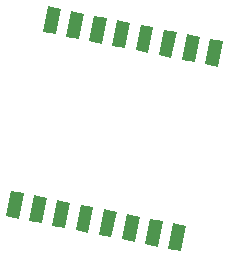
<source format=gbr>
G04 #@! TF.GenerationSoftware,KiCad,Pcbnew,(5.0.0-3-g5ebb6b6)*
G04 #@! TF.CreationDate,2019-03-29T08:56:02+01:00*
G04 #@! TF.ProjectId,Securityfest_2019_badge_beta,5365637572697479666573745F323031,rev?*
G04 #@! TF.SameCoordinates,Original*
G04 #@! TF.FileFunction,Paste,Bot*
G04 #@! TF.FilePolarity,Positive*
%FSLAX46Y46*%
G04 Gerber Fmt 4.6, Leading zero omitted, Abs format (unit mm)*
G04 Created by KiCad (PCBNEW (5.0.0-3-g5ebb6b6)) date 2019 March 29, Friday 08:56:02*
%MOMM*%
%LPD*%
G01*
G04 APERTURE LIST*
%ADD10C,1.100000*%
%ADD11C,0.100000*%
G04 APERTURE END LIST*
D10*
G04 #@! TO.C,U4*
X120047580Y-56278496D03*
D11*
G36*
X119723783Y-55092049D02*
X120802459Y-55307590D01*
X120371377Y-57464943D01*
X119292701Y-57249402D01*
X119723783Y-55092049D01*
X119723783Y-55092049D01*
G37*
D10*
X122008809Y-56670388D03*
D11*
G36*
X121685012Y-55483941D02*
X122763688Y-55699482D01*
X122332606Y-57856835D01*
X121253930Y-57641294D01*
X121685012Y-55483941D01*
X121685012Y-55483941D01*
G37*
D10*
X123970039Y-57062280D03*
D11*
G36*
X123646242Y-55875833D02*
X124724918Y-56091374D01*
X124293836Y-58248727D01*
X123215160Y-58033186D01*
X123646242Y-55875833D01*
X123646242Y-55875833D01*
G37*
D10*
X125931268Y-57454173D03*
D11*
G36*
X125607471Y-56267726D02*
X126686147Y-56483267D01*
X126255065Y-58640620D01*
X125176389Y-58425079D01*
X125607471Y-56267726D01*
X125607471Y-56267726D01*
G37*
D10*
X127892497Y-57846065D03*
D11*
G36*
X127568700Y-56659618D02*
X128647376Y-56875159D01*
X128216294Y-59032512D01*
X127137618Y-58816971D01*
X127568700Y-56659618D01*
X127568700Y-56659618D01*
G37*
D10*
X129853727Y-58237957D03*
D11*
G36*
X129529930Y-57051510D02*
X130608606Y-57267051D01*
X130177524Y-59424404D01*
X129098848Y-59208863D01*
X129529930Y-57051510D01*
X129529930Y-57051510D01*
G37*
D10*
X131814956Y-58629850D03*
D11*
G36*
X131491159Y-57443403D02*
X132569835Y-57658944D01*
X132138753Y-59816297D01*
X131060077Y-59600756D01*
X131491159Y-57443403D01*
X131491159Y-57443403D01*
G37*
D10*
X133776185Y-59021742D03*
D11*
G36*
X133452388Y-57835295D02*
X134531064Y-58050836D01*
X134099982Y-60208189D01*
X133021306Y-59992648D01*
X133452388Y-57835295D01*
X133452388Y-57835295D01*
G37*
D10*
X130656723Y-74633127D03*
D11*
G36*
X130332926Y-73446680D02*
X131411602Y-73662221D01*
X130980520Y-75819574D01*
X129901844Y-75604033D01*
X130332926Y-73446680D01*
X130332926Y-73446680D01*
G37*
D10*
X128695493Y-74241235D03*
D11*
G36*
X128371696Y-73054788D02*
X129450372Y-73270329D01*
X129019290Y-75427682D01*
X127940614Y-75212141D01*
X128371696Y-73054788D01*
X128371696Y-73054788D01*
G37*
D10*
X126734264Y-73849343D03*
D11*
G36*
X126410467Y-72662896D02*
X127489143Y-72878437D01*
X127058061Y-75035790D01*
X125979385Y-74820249D01*
X126410467Y-72662896D01*
X126410467Y-72662896D01*
G37*
D10*
X124773035Y-73457450D03*
D11*
G36*
X124449238Y-72271003D02*
X125527914Y-72486544D01*
X125096832Y-74643897D01*
X124018156Y-74428356D01*
X124449238Y-72271003D01*
X124449238Y-72271003D01*
G37*
D10*
X122811805Y-73065558D03*
D11*
G36*
X122488008Y-71879111D02*
X123566684Y-72094652D01*
X123135602Y-74252005D01*
X122056926Y-74036464D01*
X122488008Y-71879111D01*
X122488008Y-71879111D01*
G37*
D10*
X120850576Y-72673666D03*
D11*
G36*
X120526779Y-71487219D02*
X121605455Y-71702760D01*
X121174373Y-73860113D01*
X120095697Y-73644572D01*
X120526779Y-71487219D01*
X120526779Y-71487219D01*
G37*
D10*
X118889347Y-72281772D03*
D11*
G36*
X118565550Y-71095325D02*
X119644226Y-71310866D01*
X119213144Y-73468219D01*
X118134468Y-73252678D01*
X118565550Y-71095325D01*
X118565550Y-71095325D01*
G37*
D10*
X116928117Y-71889881D03*
D11*
G36*
X116604320Y-70703434D02*
X117682996Y-70918975D01*
X117251914Y-73076328D01*
X116173238Y-72860787D01*
X116604320Y-70703434D01*
X116604320Y-70703434D01*
G37*
G04 #@! TD*
M02*

</source>
